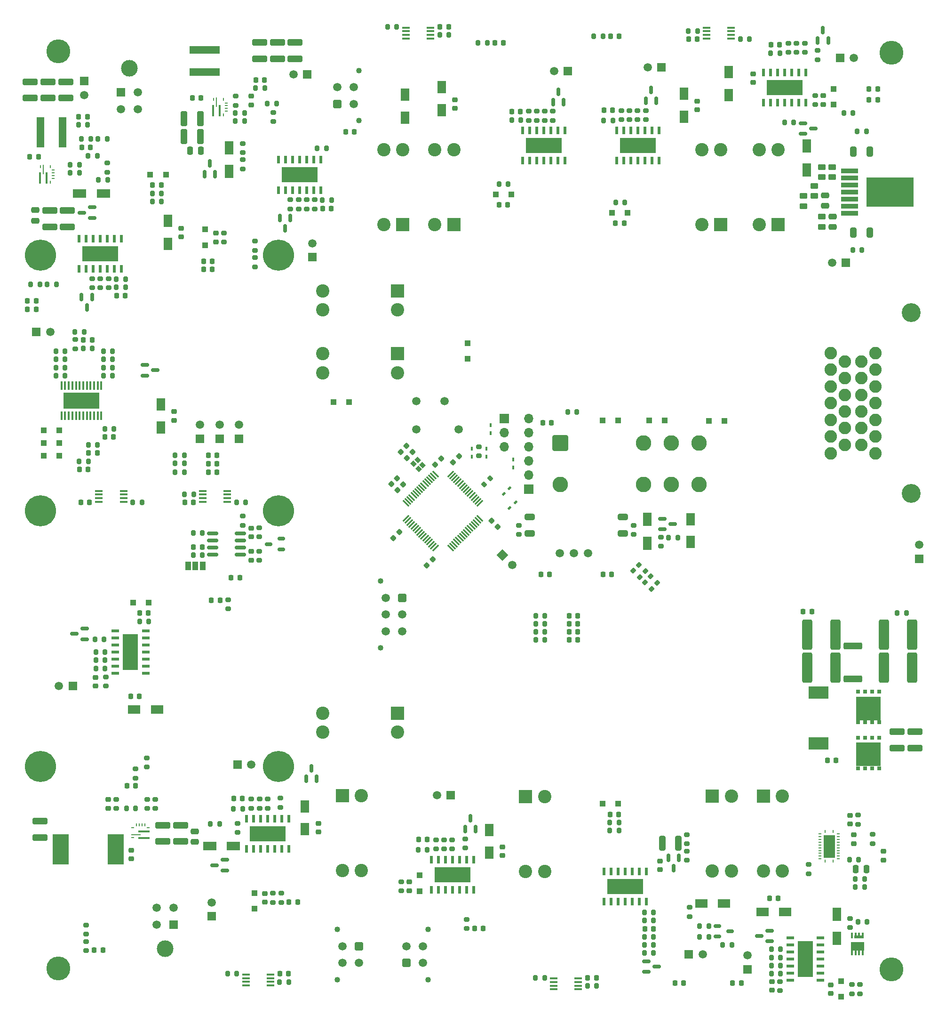
<source format=gbr>
%TF.GenerationSoftware,KiCad,Pcbnew,8.0.5*%
%TF.CreationDate,2025-01-18T17:38:29+01:00*%
%TF.ProjectId,FT25_PDU,46543235-5f50-4445-952e-6b696361645f,V1.2*%
%TF.SameCoordinates,Original*%
%TF.FileFunction,Soldermask,Top*%
%TF.FilePolarity,Negative*%
%FSLAX46Y46*%
G04 Gerber Fmt 4.6, Leading zero omitted, Abs format (unit mm)*
G04 Created by KiCad (PCBNEW 8.0.5) date 2025-01-18 17:38:29*
%MOMM*%
%LPD*%
G01*
G04 APERTURE LIST*
G04 Aperture macros list*
%AMRoundRect*
0 Rectangle with rounded corners*
0 $1 Rounding radius*
0 $2 $3 $4 $5 $6 $7 $8 $9 X,Y pos of 4 corners*
0 Add a 4 corners polygon primitive as box body*
4,1,4,$2,$3,$4,$5,$6,$7,$8,$9,$2,$3,0*
0 Add four circle primitives for the rounded corners*
1,1,$1+$1,$2,$3*
1,1,$1+$1,$4,$5*
1,1,$1+$1,$6,$7*
1,1,$1+$1,$8,$9*
0 Add four rect primitives between the rounded corners*
20,1,$1+$1,$2,$3,$4,$5,0*
20,1,$1+$1,$4,$5,$6,$7,0*
20,1,$1+$1,$6,$7,$8,$9,0*
20,1,$1+$1,$8,$9,$2,$3,0*%
%AMRotRect*
0 Rectangle, with rotation*
0 The origin of the aperture is its center*
0 $1 length*
0 $2 width*
0 $3 Rotation angle, in degrees counterclockwise*
0 Add horizontal line*
21,1,$1,$2,0,0,$3*%
G04 Aperture macros list end*
%ADD10R,1.500000X1.500000*%
%ADD11C,1.500000*%
%ADD12RoundRect,0.200000X0.275000X-0.200000X0.275000X0.200000X-0.275000X0.200000X-0.275000X-0.200000X0*%
%ADD13RoundRect,0.200000X-0.275000X0.200000X-0.275000X-0.200000X0.275000X-0.200000X0.275000X0.200000X0*%
%ADD14RoundRect,0.250000X1.100000X-0.325000X1.100000X0.325000X-1.100000X0.325000X-1.100000X-0.325000X0*%
%ADD15R,0.507200X1.456100*%
%ADD16R,6.502400X2.743200*%
%ADD17R,1.550000X2.200000*%
%ADD18RoundRect,0.200000X-0.200000X-0.275000X0.200000X-0.275000X0.200000X0.275000X-0.200000X0.275000X0*%
%ADD19RoundRect,0.150000X-0.150000X0.587500X-0.150000X-0.587500X0.150000X-0.587500X0.150000X0.587500X0*%
%ADD20RoundRect,0.150000X0.150000X-0.587500X0.150000X0.587500X-0.150000X0.587500X-0.150000X-0.587500X0*%
%ADD21RoundRect,0.250000X0.325000X1.100000X-0.325000X1.100000X-0.325000X-1.100000X0.325000X-1.100000X0*%
%ADD22RoundRect,0.218750X0.218750X0.256250X-0.218750X0.256250X-0.218750X-0.256250X0.218750X-0.256250X0*%
%ADD23RoundRect,0.150000X0.587500X0.150000X-0.587500X0.150000X-0.587500X-0.150000X0.587500X-0.150000X0*%
%ADD24R,0.420000X0.670000*%
%ADD25RoundRect,0.250000X0.300000X0.300000X-0.300000X0.300000X-0.300000X-0.300000X0.300000X-0.300000X0*%
%ADD26C,5.600000*%
%ADD27RoundRect,0.225000X-0.250000X0.225000X-0.250000X-0.225000X0.250000X-0.225000X0.250000X0.225000X0*%
%ADD28C,4.300000*%
%ADD29RoundRect,0.250000X-0.300000X0.300000X-0.300000X-0.300000X0.300000X-0.300000X0.300000X0.300000X0*%
%ADD30RoundRect,0.225000X0.225000X0.250000X-0.225000X0.250000X-0.225000X-0.250000X0.225000X-0.250000X0*%
%ADD31RoundRect,0.200000X0.200000X0.275000X-0.200000X0.275000X-0.200000X-0.275000X0.200000X-0.275000X0*%
%ADD32R,1.550000X2.350000*%
%ADD33RoundRect,0.250000X-0.650000X0.325000X-0.650000X-0.325000X0.650000X-0.325000X0.650000X0.325000X0*%
%ADD34RoundRect,0.225000X0.250000X-0.225000X0.250000X0.225000X-0.250000X0.225000X-0.250000X-0.225000X0*%
%ADD35RoundRect,0.225000X-0.225000X-0.250000X0.225000X-0.250000X0.225000X0.250000X-0.225000X0.250000X0*%
%ADD36C,1.020000*%
%ADD37RoundRect,0.250001X0.499999X-0.499999X0.499999X0.499999X-0.499999X0.499999X-0.499999X-0.499999X0*%
%ADD38R,2.200000X1.550000*%
%ADD39RoundRect,0.250000X-0.450000X0.262500X-0.450000X-0.262500X0.450000X-0.262500X0.450000X0.262500X0*%
%ADD40R,2.350000X1.550000*%
%ADD41RoundRect,0.150000X-0.587500X-0.150000X0.587500X-0.150000X0.587500X0.150000X-0.587500X0.150000X0*%
%ADD42R,2.400000X2.400000*%
%ADD43C,2.400000*%
%ADD44RoundRect,0.150000X0.512500X0.150000X-0.512500X0.150000X-0.512500X-0.150000X0.512500X-0.150000X0*%
%ADD45RoundRect,0.250000X-0.475000X0.250000X-0.475000X-0.250000X0.475000X-0.250000X0.475000X0.250000X0*%
%ADD46RotRect,0.420000X0.670000X315.000000*%
%ADD47RoundRect,0.225000X0.017678X-0.335876X0.335876X-0.017678X-0.017678X0.335876X-0.335876X0.017678X0*%
%ADD48C,3.000000*%
%ADD49R,1.520000X1.520000*%
%ADD50C,1.520000*%
%ADD51RoundRect,0.250000X0.450000X-0.262500X0.450000X0.262500X-0.450000X0.262500X-0.450000X-0.262500X0*%
%ADD52RoundRect,0.250000X-0.650000X-2.450000X0.650000X-2.450000X0.650000X2.450000X-0.650000X2.450000X0*%
%ADD53RoundRect,0.150000X-0.512500X-0.150000X0.512500X-0.150000X0.512500X0.150000X-0.512500X0.150000X0*%
%ADD54RoundRect,0.250000X0.300000X-0.300000X0.300000X0.300000X-0.300000X0.300000X-0.300000X-0.300000X0*%
%ADD55RoundRect,0.250000X-0.325000X-0.650000X0.325000X-0.650000X0.325000X0.650000X-0.325000X0.650000X0*%
%ADD56R,1.000000X1.500000*%
%ADD57R,0.600000X0.250000*%
%ADD58R,0.250000X0.600000*%
%ADD59R,0.250000X1.700000*%
%ADD60R,0.400000X2.100000*%
%ADD61RoundRect,0.200000X0.335876X0.053033X0.053033X0.335876X-0.335876X-0.053033X-0.053033X-0.335876X0*%
%ADD62C,3.400000*%
%ADD63C,2.250000*%
%ADD64RoundRect,0.250000X0.250000X0.475000X-0.250000X0.475000X-0.250000X-0.475000X0.250000X-0.475000X0*%
%ADD65R,1.475000X0.450000*%
%ADD66RotRect,1.500000X1.500000X315.000000*%
%ADD67RoundRect,0.218750X-0.218750X-0.256250X0.218750X-0.256250X0.218750X0.256250X-0.218750X0.256250X0*%
%ADD68RoundRect,0.225000X-0.017678X0.335876X-0.335876X0.017678X0.017678X-0.335876X0.335876X-0.017678X0*%
%ADD69RoundRect,0.075000X-0.548008X0.441942X0.441942X-0.548008X0.548008X-0.441942X-0.441942X0.548008X0*%
%ADD70RoundRect,0.075000X-0.548008X-0.441942X-0.441942X-0.548008X0.548008X0.441942X0.441942X0.548008X0*%
%ADD71R,1.450000X5.500000*%
%ADD72R,0.381000X1.016000*%
%ADD73R,2.360000X1.522000*%
%ADD74R,1.701800X0.611400*%
%ADD75RoundRect,0.250000X-1.100000X0.325000X-1.100000X-0.325000X1.100000X-0.325000X1.100000X0.325000X0*%
%ADD76RoundRect,0.225000X0.335876X0.017678X0.017678X0.335876X-0.335876X-0.017678X-0.017678X-0.335876X0*%
%ADD77R,1.700000X1.700000*%
%ADD78O,1.700000X1.700000*%
%ADD79R,0.675000X0.750000*%
%ADD80R,0.675000X0.655000*%
%ADD81R,0.655000X0.675000*%
%ADD82R,4.510000X4.295000*%
%ADD83RoundRect,0.250000X1.425000X-0.362500X1.425000X0.362500X-1.425000X0.362500X-1.425000X-0.362500X0*%
%ADD84RotRect,0.875000X0.775000X135.000000*%
%ADD85RoundRect,0.250000X0.475000X-0.250000X0.475000X0.250000X-0.475000X0.250000X-0.475000X-0.250000X0*%
%ADD86C,2.800000*%
%ADD87RoundRect,0.250000X-1.150000X-1.150000X1.150000X-1.150000X1.150000X1.150000X-1.150000X1.150000X0*%
%ADD88R,0.450000X1.525000*%
%ADD89R,6.500000X2.870000*%
%ADD90RoundRect,0.250000X0.312500X1.075000X-0.312500X1.075000X-0.312500X-1.075000X0.312500X-1.075000X0*%
%ADD91R,2.900000X5.400000*%
%ADD92R,3.060000X0.890000*%
%ADD93R,8.540000X5.350000*%
%ADD94RoundRect,0.250001X-0.499999X0.499999X-0.499999X-0.499999X0.499999X-0.499999X0.499999X0.499999X0*%
%ADD95R,1.700000X0.250000*%
%ADD96R,2.100000X0.400000*%
%ADD97R,5.500000X1.450000*%
%ADD98R,3.600000X2.300000*%
%ADD99RoundRect,0.250000X-0.250000X-0.475000X0.250000X-0.475000X0.250000X0.475000X-0.250000X0.475000X0*%
%ADD100R,1.456100X0.507200*%
%ADD101R,2.743200X6.502400*%
%ADD102R,2.100000X4.100000*%
%ADD103RoundRect,0.150000X-0.825000X-0.150000X0.825000X-0.150000X0.825000X0.150000X-0.825000X0.150000X0*%
%ADD104RoundRect,0.225000X-0.335876X-0.017678X-0.017678X-0.335876X0.335876X0.017678X0.017678X0.335876X0*%
%ADD105RoundRect,0.250000X-0.300000X-0.300000X0.300000X-0.300000X0.300000X0.300000X-0.300000X0.300000X0*%
%ADD106RoundRect,0.250000X0.650000X2.450000X-0.650000X2.450000X-0.650000X-2.450000X0.650000X-2.450000X0*%
%ADD107RoundRect,0.200000X-0.053033X0.335876X-0.335876X0.053033X0.053033X-0.335876X0.335876X-0.053033X0*%
G04 APERTURE END LIST*
D10*
%TO.C,TP2*%
X165320000Y-98460000D03*
D11*
X165320000Y-95960000D03*
%TD*%
D12*
%TO.C,R38*%
X161375000Y-89780000D03*
X161375000Y-88130000D03*
%TD*%
D13*
%TO.C,R75*%
X128645000Y-102310000D03*
X128645000Y-103960000D03*
%TD*%
D14*
%TO.C,C87*%
X162225000Y-62750000D03*
X162225000Y-59800000D03*
%TD*%
D15*
%TO.C,IC2*%
X159209000Y-86371749D03*
X160479000Y-86371749D03*
X161749000Y-86371749D03*
X163019000Y-86371749D03*
X164289000Y-86371749D03*
X165559000Y-86371749D03*
X166829000Y-86371749D03*
X166829000Y-80927849D03*
X165559000Y-80927849D03*
X164289000Y-80927849D03*
X163019000Y-80927849D03*
X161749000Y-80927849D03*
X160479000Y-80927849D03*
X159209000Y-80927849D03*
D16*
X163019000Y-83649799D03*
%TD*%
D17*
%TO.C,D35*%
X139345000Y-91945000D03*
X139345000Y-96045000D03*
%TD*%
D18*
%TO.C,R171*%
X121730000Y-83275000D03*
X123380000Y-83275000D03*
%TD*%
D19*
%TO.C,D36*%
X125700000Y-105597500D03*
X123800000Y-105597500D03*
X124750000Y-107472500D03*
%TD*%
D20*
%TO.C,D32*%
X164190000Y-192252498D03*
X166090000Y-192252498D03*
X165140000Y-190377498D03*
%TD*%
D12*
%TO.C,R132*%
X135615001Y-197600000D03*
X135615001Y-195950000D03*
%TD*%
D18*
%TO.C,R157*%
X155090000Y-68065000D03*
X156740000Y-68065000D03*
%TD*%
D21*
%TO.C,C81*%
X145160000Y-76725000D03*
X142210000Y-76725000D03*
%TD*%
D10*
%TO.C,TP8*%
X122206643Y-175605057D03*
D11*
X119706643Y-175605057D03*
%TD*%
D12*
%TO.C,R84*%
X150135001Y-161720000D03*
X150135001Y-160070000D03*
%TD*%
D13*
%TO.C,R128*%
X135545001Y-188490000D03*
X135545001Y-190140000D03*
%TD*%
D22*
%TO.C,D66*%
X267082500Y-70155000D03*
X265507500Y-70155000D03*
%TD*%
D23*
%TO.C,D40*%
X124379142Y-167145058D03*
X124379142Y-165245058D03*
X122504142Y-166195058D03*
%TD*%
D18*
%TO.C,R172*%
X126760000Y-77225000D03*
X128410000Y-77225000D03*
%TD*%
D24*
%TO.C,D2*%
X193990000Y-132900000D03*
X193990000Y-134350000D03*
%TD*%
D25*
%TO.C,D70*%
X220339999Y-127854999D03*
X217540001Y-127854999D03*
%TD*%
D10*
%TO.C,TP13*%
X147190001Y-216990000D03*
D11*
X147190001Y-214490000D03*
%TD*%
D18*
%TO.C,R131*%
X146980000Y-200415000D03*
X148630000Y-200415000D03*
%TD*%
D10*
%TO.C,TP14*%
X261380000Y-99440000D03*
D11*
X258880000Y-99440000D03*
%TD*%
D26*
%TO.C,REF\u002A\u002A*%
X116410000Y-144080000D03*
%TD*%
D13*
%TO.C,R92*%
X254645000Y-207690000D03*
X254645000Y-209340000D03*
%TD*%
D18*
%TO.C,R139*%
X263380001Y-75855000D03*
X265030001Y-75855000D03*
%TD*%
D27*
%TO.C,C37*%
X156795000Y-212900001D03*
X156795000Y-214450001D03*
%TD*%
D18*
%TO.C,R20*%
X119180477Y-118297452D03*
X120830477Y-118297452D03*
%TD*%
D28*
%TO.C,H4*%
X119575000Y-226345000D03*
%TD*%
D14*
%TO.C,C67*%
X138414747Y-203538428D03*
X138414747Y-200588428D03*
%TD*%
D29*
%TO.C,D17*%
X146065000Y-93480000D03*
X146065000Y-96280000D03*
%TD*%
D30*
%TO.C,C35*%
X185980000Y-203145000D03*
X184430000Y-203145000D03*
%TD*%
D18*
%TO.C,R111*%
X225100000Y-220675000D03*
X226750000Y-220675000D03*
%TD*%
D12*
%TO.C,R151*%
X154995000Y-100190000D03*
X154995000Y-98540000D03*
%TD*%
D18*
%TO.C,R31*%
X247950000Y-222935000D03*
X249600000Y-222935000D03*
%TD*%
D31*
%TO.C,R85*%
X135869999Y-163939999D03*
X134219999Y-163939999D03*
%TD*%
D22*
%TO.C,D7*%
X213122500Y-167295000D03*
X211547500Y-167295000D03*
%TD*%
D32*
%TO.C,D65*%
X254335000Y-82740000D03*
X254335000Y-78440000D03*
%TD*%
D33*
%TO.C,C60*%
X221205000Y-145200000D03*
X221205000Y-148150000D03*
%TD*%
D12*
%TO.C,R55*%
X251015000Y-61619999D03*
X251015000Y-59969999D03*
%TD*%
D30*
%TO.C,C59*%
X125210000Y-142575000D03*
X123660000Y-142575000D03*
%TD*%
D18*
%TO.C,R28*%
X188233000Y-58485000D03*
X189883000Y-58485000D03*
%TD*%
D34*
%TO.C,C36*%
X166425000Y-201809999D03*
X166425000Y-200259999D03*
%TD*%
D13*
%TO.C,R117*%
X202525000Y-146680000D03*
X202525000Y-148330000D03*
%TD*%
D35*
%TO.C,C40*%
X136560000Y-85505000D03*
X138110000Y-85505000D03*
%TD*%
D31*
%TO.C,R58*%
X249460001Y-61734999D03*
X247810001Y-61734999D03*
%TD*%
D25*
%TO.C,D41*%
X135900000Y-160600000D03*
X133100000Y-160600000D03*
%TD*%
D15*
%TO.C,IC3*%
X227711000Y-75638250D03*
X226441000Y-75638250D03*
X225171000Y-75638250D03*
X223901000Y-75638250D03*
X222631000Y-75638250D03*
X221361000Y-75638250D03*
X220091000Y-75638250D03*
X220091000Y-81082150D03*
X221361000Y-81082150D03*
X222631000Y-81082150D03*
X223901000Y-81082150D03*
X225171000Y-81082150D03*
X226441000Y-81082150D03*
X227711000Y-81082150D03*
D16*
X223901000Y-78360200D03*
%TD*%
D17*
%TO.C,D15*%
X182037559Y-69250000D03*
X182037559Y-73350000D03*
%TD*%
D13*
%TO.C,R129*%
X133455000Y-190480000D03*
X133455000Y-192130000D03*
%TD*%
D31*
%TO.C,R34*%
X249600000Y-227315000D03*
X247950000Y-227315000D03*
%TD*%
D26*
%TO.C,REF\u002A\u002A*%
X116410000Y-190080000D03*
%TD*%
D18*
%TO.C,R142*%
X123350000Y-135165000D03*
X125000000Y-135165000D03*
%TD*%
%TO.C,R159*%
X151470000Y-72545000D03*
X153120000Y-72545000D03*
%TD*%
D36*
%TO.C,J5*%
X173745000Y-73895000D03*
X173745000Y-64895000D03*
D37*
X169805000Y-70895000D03*
D11*
X169805000Y-67895000D03*
X172805000Y-70895000D03*
X172805000Y-67895000D03*
%TD*%
D31*
%TO.C,R50*%
X221580000Y-88595000D03*
X219930000Y-88595000D03*
%TD*%
D38*
%TO.C,D11*%
X246345000Y-216165000D03*
X250445000Y-216165000D03*
%TD*%
D39*
%TO.C,R135*%
X258905000Y-82229354D03*
X258905000Y-84054354D03*
%TD*%
D24*
%TO.C,D6*%
X201440000Y-136320000D03*
X201440000Y-134870000D03*
%TD*%
D31*
%TO.C,R82*%
X128006643Y-170940057D03*
X126356643Y-170940057D03*
%TD*%
%TO.C,R94*%
X264690000Y-211725000D03*
X263040000Y-211725000D03*
%TD*%
D18*
%TO.C,R124*%
X195170001Y-59895000D03*
X196820001Y-59895000D03*
%TD*%
D35*
%TO.C,C58*%
X124113529Y-113339864D03*
X125663529Y-113339864D03*
%TD*%
D12*
%TO.C,R3*%
X152815001Y-146670000D03*
X152815001Y-145020000D03*
%TD*%
D31*
%TO.C,R22*%
X143967000Y-141115000D03*
X142317000Y-141115000D03*
%TD*%
%TO.C,R91*%
X264690000Y-210265000D03*
X263040000Y-210265000D03*
%TD*%
D10*
%TO.C,TP12*%
X211339141Y-64992342D03*
D11*
X208839141Y-64992342D03*
%TD*%
D13*
%TO.C,R40*%
X164295000Y-88130000D03*
X164295000Y-89780000D03*
%TD*%
D23*
%TO.C,D12*%
X247652500Y-221450000D03*
X247652500Y-219550000D03*
X245777500Y-220500000D03*
%TD*%
D25*
%TO.C,D77*%
X171929999Y-124525000D03*
X169130001Y-124525000D03*
%TD*%
D40*
%TO.C,D63*%
X146840000Y-204365000D03*
X151140000Y-204365000D03*
%TD*%
D12*
%TO.C,R133*%
X137075000Y-197600000D03*
X137075000Y-195950000D03*
%TD*%
D18*
%TO.C,R80*%
X126186643Y-167170059D03*
X127836643Y-167170059D03*
%TD*%
D13*
%TO.C,R120*%
X208614140Y-72222341D03*
X208614140Y-73872341D03*
%TD*%
D12*
%TO.C,R67*%
X157265000Y-197550000D03*
X157265000Y-195900000D03*
%TD*%
D25*
%TO.C,D48*%
X119750000Y-131855000D03*
X116950000Y-131855000D03*
%TD*%
D18*
%TO.C,R16*%
X205530000Y-164375000D03*
X207180000Y-164375000D03*
%TD*%
D13*
%TO.C,R39*%
X162835000Y-88130000D03*
X162835000Y-89780000D03*
%TD*%
D18*
%TO.C,R14*%
X205530000Y-167295000D03*
X207180000Y-167295000D03*
%TD*%
D40*
%TO.C,D72*%
X123429999Y-87035000D03*
X127730001Y-87035000D03*
%TD*%
D35*
%TO.C,C70*%
X131930000Y-193525000D03*
X133480000Y-193525000D03*
%TD*%
D17*
%TO.C,D27*%
X197145000Y-201465001D03*
X197145000Y-205565001D03*
%TD*%
D13*
%TO.C,R35*%
X263865000Y-229250000D03*
X263865000Y-230900000D03*
%TD*%
D30*
%TO.C,C57*%
X226700000Y-219215000D03*
X225150000Y-219215000D03*
%TD*%
%TO.C,C79*%
X145280000Y-69785000D03*
X143730000Y-69785000D03*
%TD*%
D19*
%TO.C,D16*%
X161350000Y-91417499D03*
X159450000Y-91417499D03*
X160400000Y-93292499D03*
%TD*%
D11*
%TO.C,K2*%
X189130000Y-124340000D03*
X184050000Y-124340000D03*
X191670000Y-129420000D03*
X184050000Y-129420000D03*
%TD*%
D41*
%TO.C,Q4*%
X253607500Y-74350000D03*
X253607500Y-76250000D03*
X255482500Y-75300000D03*
%TD*%
D10*
%TO.C,TP17*%
X152120000Y-131100000D03*
D11*
X152120000Y-128600000D03*
%TD*%
D42*
%TO.C,H15*%
X180629999Y-115825000D03*
D43*
X180629999Y-119225000D03*
X167159999Y-115825000D03*
X167159999Y-119225000D03*
%TD*%
D44*
%TO.C,D1*%
X159722500Y-150999999D03*
X159722500Y-149100001D03*
X157447500Y-150050000D03*
%TD*%
D18*
%TO.C,R49*%
X215980000Y-58685000D03*
X217630000Y-58685000D03*
%TD*%
D35*
%TO.C,C45*%
X258040000Y-188985000D03*
X259590000Y-188985000D03*
%TD*%
D25*
%TO.C,D49*%
X119750000Y-134155000D03*
X116950000Y-134155000D03*
%TD*%
D22*
%TO.C,D54*%
X232142500Y-228995000D03*
X230567500Y-228995000D03*
%TD*%
D27*
%TO.C,C46*%
X262115000Y-198820000D03*
X262115000Y-200370000D03*
%TD*%
D35*
%TO.C,C95*%
X123850000Y-78685000D03*
X125400000Y-78685000D03*
%TD*%
D10*
%TO.C,TP4*%
X260299999Y-62600000D03*
D11*
X262799999Y-62600000D03*
%TD*%
D25*
%TO.C,D47*%
X119750000Y-129555000D03*
X116950000Y-129555000D03*
%TD*%
D12*
%TO.C,R152*%
X158275000Y-74080000D03*
X158275000Y-72430000D03*
%TD*%
D45*
%TO.C,C94*%
X115465000Y-89995000D03*
X115465000Y-91895000D03*
%TD*%
D31*
%TO.C,R145*%
X129370000Y-118294999D03*
X127720000Y-118294999D03*
%TD*%
D12*
%TO.C,R170*%
X128414999Y-83170000D03*
X128414999Y-81520000D03*
%TD*%
D13*
%TO.C,R41*%
X165755000Y-88130000D03*
X165755000Y-89780000D03*
%TD*%
D46*
%TO.C,D4*%
X201864177Y-142573102D03*
X200838873Y-143598406D03*
%TD*%
D47*
%TO.C,C6*%
X179932703Y-148977800D03*
X181028719Y-147881784D03*
%TD*%
D13*
%TO.C,R116*%
X223115000Y-146670000D03*
X223115000Y-148320000D03*
%TD*%
D15*
%TO.C,IC6*%
X161111000Y-199448250D03*
X159841000Y-199448250D03*
X158571000Y-199448250D03*
X157301000Y-199448250D03*
X156031000Y-199448250D03*
X154761000Y-199448250D03*
X153491000Y-199448250D03*
X153491000Y-204892150D03*
X154761000Y-204892150D03*
X156031000Y-204892150D03*
X157301000Y-204892150D03*
X158571000Y-204892150D03*
X159841000Y-204892150D03*
X161111000Y-204892150D03*
D16*
X157301000Y-202170200D03*
%TD*%
D31*
%TO.C,R72*%
X152790000Y-197664999D03*
X151140000Y-197664999D03*
%TD*%
D34*
%TO.C,C11*%
X154334999Y-152940001D03*
X154334999Y-151390001D03*
%TD*%
D31*
%TO.C,R113*%
X220520000Y-200105000D03*
X218870000Y-200105000D03*
%TD*%
D48*
%TO.C,J9*%
X132379500Y-64505800D03*
D49*
X130879500Y-68825800D03*
D50*
X133879500Y-68825800D03*
X130879500Y-71825800D03*
X133879500Y-71825800D03*
%TD*%
D18*
%TO.C,R143*%
X125000000Y-132235000D03*
X126650000Y-132235000D03*
%TD*%
%TO.C,R21*%
X151683000Y-142575000D03*
X153333000Y-142575000D03*
%TD*%
D47*
%TO.C,C4*%
X185942530Y-153892947D03*
X187038546Y-152796931D03*
%TD*%
D30*
%TO.C,C64*%
X202789140Y-72297341D03*
X201239140Y-72297341D03*
%TD*%
D31*
%TO.C,R168*%
X116270000Y-103335000D03*
X114620000Y-103335000D03*
%TD*%
D42*
%TO.C,H5*%
X246515000Y-195350000D03*
D43*
X249915000Y-195350000D03*
X246515000Y-208820000D03*
X249915000Y-208820000D03*
%TD*%
D32*
%TO.C,D43*%
X259695000Y-216660000D03*
X259695000Y-220960000D03*
%TD*%
D34*
%TO.C,C39*%
X141745000Y-94790000D03*
X141745000Y-93240000D03*
%TD*%
D51*
%TO.C,R141*%
X253745000Y-89254356D03*
X253745000Y-87429356D03*
%TD*%
D22*
%TO.C,D58*%
X208012500Y-155475000D03*
X206437500Y-155475000D03*
%TD*%
D18*
%TO.C,R173*%
X124073528Y-114829864D03*
X125723528Y-114829864D03*
%TD*%
D52*
%TO.C,C52*%
X268185832Y-172259609D03*
X273285832Y-172259609D03*
%TD*%
D14*
%TO.C,C90*%
X117725000Y-69850000D03*
X117725000Y-66900000D03*
%TD*%
D18*
%TO.C,R97*%
X119180477Y-119757452D03*
X120830477Y-119757452D03*
%TD*%
%TO.C,R79*%
X130040000Y-102415000D03*
X131690000Y-102415000D03*
%TD*%
%TO.C,R112*%
X225100000Y-217755000D03*
X226750000Y-217755000D03*
%TD*%
D34*
%TO.C,C34*%
X182785000Y-212360000D03*
X182785000Y-210810000D03*
%TD*%
D31*
%TO.C,R125*%
X200580001Y-85285000D03*
X198930001Y-85285000D03*
%TD*%
D42*
%TO.C,H12*%
X180630000Y-180464998D03*
D43*
X180630000Y-183864998D03*
X167160000Y-180464998D03*
X167160000Y-183864998D03*
%TD*%
D53*
%TO.C,Q6*%
X238267500Y-218740000D03*
X238267500Y-220640000D03*
X240542500Y-219690000D03*
%TD*%
D14*
%TO.C,C91*%
X120925000Y-69850000D03*
X120925000Y-66900000D03*
%TD*%
D18*
%TO.C,R108*%
X239160000Y-222125000D03*
X240810000Y-222125000D03*
%TD*%
D48*
%TO.C,J11*%
X138824000Y-222794200D03*
D49*
X140324000Y-218474200D03*
D50*
X137324000Y-218474200D03*
X140324000Y-215474200D03*
X137324000Y-215474200D03*
%TD*%
D26*
%TO.C,REF\u002A\u002A*%
X159210000Y-144080000D03*
%TD*%
D54*
%TO.C,D76*%
X193275000Y-116729999D03*
X193275000Y-113930001D03*
%TD*%
D10*
%TO.C,TP5*%
X190250000Y-195230000D03*
D11*
X187750000Y-195230000D03*
%TD*%
D41*
%TO.C,D52*%
X225427500Y-225080000D03*
X225427500Y-226980000D03*
X227302500Y-226030000D03*
%TD*%
D12*
%TO.C,R123*%
X204234140Y-73872341D03*
X204234140Y-72222341D03*
%TD*%
D13*
%TO.C,R156*%
X152795000Y-77990000D03*
X152795000Y-79640000D03*
%TD*%
D18*
%TO.C,R78*%
X136510000Y-86975000D03*
X138160000Y-86975000D03*
%TD*%
D27*
%TO.C,C53*%
X268075000Y-205300000D03*
X268075000Y-206850000D03*
%TD*%
D30*
%TO.C,C24*%
X172865000Y-75872441D03*
X171315000Y-75872441D03*
%TD*%
D12*
%TO.C,R68*%
X155805000Y-197549999D03*
X155805000Y-195899999D03*
%TD*%
D23*
%TO.C,Q2*%
X149580700Y-208738000D03*
X149580700Y-206838000D03*
X147705700Y-207788000D03*
%TD*%
D28*
%TO.C,H3*%
X269575000Y-61695000D03*
%TD*%
D13*
%TO.C,R5*%
X195325000Y-132530000D03*
X195325000Y-134180000D03*
%TD*%
D18*
%TO.C,R148*%
X140640000Y-134065000D03*
X142290000Y-134065000D03*
%TD*%
D12*
%TO.C,R57*%
X255825000Y-71009999D03*
X255825000Y-69359999D03*
%TD*%
D31*
%TO.C,R134*%
X133530000Y-197555000D03*
X131880000Y-197555000D03*
%TD*%
D13*
%TO.C,R2*%
X155795000Y-151340000D03*
X155795000Y-152990000D03*
%TD*%
D55*
%TO.C,C73*%
X262719999Y-79481855D03*
X265669999Y-79481855D03*
%TD*%
D33*
%TO.C,C61*%
X204425000Y-145200000D03*
X204425000Y-148150000D03*
%TD*%
D25*
%TO.C,D71*%
X228739999Y-127855001D03*
X225940001Y-127855001D03*
%TD*%
D31*
%TO.C,R51*%
X219389999Y-73854999D03*
X217739999Y-73854999D03*
%TD*%
D56*
%TO.C,JP1*%
X142975000Y-154015000D03*
X144275000Y-154015000D03*
X145575000Y-154015000D03*
%TD*%
D13*
%TO.C,R66*%
X159574999Y-195729999D03*
X159574999Y-197379999D03*
%TD*%
D12*
%TO.C,R130*%
X130035000Y-197610000D03*
X130035000Y-195960000D03*
%TD*%
D34*
%TO.C,C33*%
X199555000Y-206030000D03*
X199555000Y-204480000D03*
%TD*%
D57*
%TO.C,IC17*%
X149810000Y-72209999D03*
X149810000Y-71709999D03*
X149810000Y-71209999D03*
X149810000Y-70709999D03*
D58*
X149340000Y-70059999D03*
D59*
X148040000Y-70609999D03*
D58*
X147540000Y-70059999D03*
D60*
X147460000Y-72109999D03*
X148620000Y-72109999D03*
D58*
X149340000Y-72859999D03*
%TD*%
D54*
%TO.C,D25*%
X259165000Y-71040000D03*
X259165000Y-68240000D03*
%TD*%
D14*
%TO.C,C68*%
X141614747Y-203538427D03*
X141614747Y-200588427D03*
%TD*%
D61*
%TO.C,R6*%
X224244576Y-155993363D03*
X223077850Y-154826637D03*
%TD*%
D22*
%TO.C,D38*%
X115632500Y-107795000D03*
X114057500Y-107795000D03*
%TD*%
D18*
%TO.C,R101*%
X132989999Y-142575000D03*
X134639999Y-142575000D03*
%TD*%
D22*
%TO.C,D22*%
X220552500Y-58685000D03*
X218977500Y-58685000D03*
%TD*%
D41*
%TO.C,Q3*%
X228297500Y-145483000D03*
X228297500Y-147383000D03*
X230172500Y-146433000D03*
%TD*%
D13*
%TO.C,R52*%
X256244999Y-61299999D03*
X256244999Y-62949999D03*
%TD*%
D31*
%TO.C,R30*%
X234657000Y-57815001D03*
X233007000Y-57815001D03*
%TD*%
D38*
%TO.C,D39*%
X133281644Y-179820057D03*
X137381644Y-179820057D03*
%TD*%
D18*
%TO.C,R167*%
X123230000Y-74645000D03*
X124880000Y-74645000D03*
%TD*%
D62*
%TO.C,J10*%
X273150000Y-140950000D03*
X273150000Y-108450000D03*
D63*
X258650000Y-133700000D03*
X258650000Y-130700000D03*
X258650000Y-127700000D03*
X258650000Y-124700000D03*
X258650000Y-121700000D03*
X258650000Y-118700000D03*
X258650000Y-115700000D03*
X261150000Y-132200000D03*
X261150000Y-129200000D03*
X261150000Y-126200000D03*
X261150000Y-123200000D03*
X261150000Y-120200000D03*
X261150000Y-117200000D03*
X264150000Y-132200000D03*
X264150000Y-129200000D03*
X264150000Y-126200000D03*
X264150000Y-123200000D03*
X264150000Y-120200000D03*
X264150000Y-117200000D03*
X266650000Y-133700000D03*
X266650000Y-130700000D03*
X266650000Y-127700000D03*
X266650000Y-124700000D03*
X266650000Y-121700000D03*
X266650000Y-118700000D03*
X266650000Y-115700000D03*
%TD*%
D64*
%TO.C,C83*%
X145245001Y-79315000D03*
X143345001Y-79315000D03*
%TD*%
D12*
%TO.C,R103*%
X232765000Y-206930000D03*
X232765000Y-205280000D03*
%TD*%
D42*
%TO.C,H14*%
X190775001Y-92620000D03*
D43*
X187375001Y-92620000D03*
X190775001Y-79150000D03*
X187375001Y-79150000D03*
%TD*%
D31*
%TO.C,R126*%
X202849141Y-73797341D03*
X201199141Y-73797341D03*
%TD*%
D13*
%TO.C,R71*%
X158255000Y-212850001D03*
X158255000Y-214500001D03*
%TD*%
D65*
%TO.C,U3*%
X131337001Y-142430002D03*
X131337001Y-141780002D03*
X131337001Y-141130002D03*
X131337001Y-140480002D03*
X126913001Y-140480002D03*
X126913001Y-141130002D03*
X126913001Y-141780002D03*
X126913001Y-142430002D03*
%TD*%
D66*
%TO.C,TP11*%
X199560553Y-152033274D03*
D11*
X201328320Y-153801041D03*
%TD*%
D22*
%TO.C,D62*%
X199742501Y-59895000D03*
X198167501Y-59895000D03*
%TD*%
D38*
%TO.C,D51*%
X239445000Y-214674999D03*
X235345000Y-214674999D03*
%TD*%
D13*
%TO.C,R86*%
X128121643Y-173955057D03*
X128121643Y-175605057D03*
%TD*%
%TO.C,R42*%
X149425000Y-94100000D03*
X149425000Y-95750000D03*
%TD*%
D61*
%TO.C,R4*%
X226339429Y-158095789D03*
X225172703Y-156929063D03*
%TD*%
D67*
%TO.C,D14*%
X240937500Y-229025000D03*
X242512500Y-229025000D03*
%TD*%
D68*
%TO.C,C3*%
X188530018Y-134654210D03*
X187434002Y-135750226D03*
%TD*%
D54*
%TO.C,D29*%
X184665000Y-212440001D03*
X184665000Y-209640001D03*
%TD*%
D69*
%TO.C,U2*%
X187473819Y-137425519D03*
X187120266Y-137779072D03*
X186766713Y-138132625D03*
X186413159Y-138486179D03*
X186059606Y-138839732D03*
X185706052Y-139193286D03*
X185352499Y-139546839D03*
X184998946Y-139900392D03*
X184645392Y-140253946D03*
X184291839Y-140607499D03*
X183938286Y-140961052D03*
X183584732Y-141314606D03*
X183231179Y-141668159D03*
X182877625Y-142021713D03*
X182524072Y-142375266D03*
X182170519Y-142728819D03*
D70*
X182170519Y-145451181D03*
X182524072Y-145804734D03*
X182877625Y-146158287D03*
X183231179Y-146511841D03*
X183584732Y-146865394D03*
X183938286Y-147218948D03*
X184291839Y-147572501D03*
X184645392Y-147926054D03*
X184998946Y-148279608D03*
X185352499Y-148633161D03*
X185706052Y-148986714D03*
X186059606Y-149340268D03*
X186413159Y-149693821D03*
X186766713Y-150047375D03*
X187120266Y-150400928D03*
X187473819Y-150754481D03*
D69*
X190196181Y-150754481D03*
X190549734Y-150400928D03*
X190903287Y-150047375D03*
X191256841Y-149693821D03*
X191610394Y-149340268D03*
X191963948Y-148986714D03*
X192317501Y-148633161D03*
X192671054Y-148279608D03*
X193024608Y-147926054D03*
X193378161Y-147572501D03*
X193731714Y-147218948D03*
X194085268Y-146865394D03*
X194438821Y-146511841D03*
X194792375Y-146158287D03*
X195145928Y-145804734D03*
X195499481Y-145451181D03*
D70*
X195499481Y-142728819D03*
X195145928Y-142375266D03*
X194792375Y-142021713D03*
X194438821Y-141668159D03*
X194085268Y-141314606D03*
X193731714Y-140961052D03*
X193378161Y-140607499D03*
X193024608Y-140253946D03*
X192671054Y-139900392D03*
X192317501Y-139546839D03*
X191963948Y-139193286D03*
X191610394Y-138839732D03*
X191256841Y-138486179D03*
X190903287Y-138132625D03*
X190549734Y-137779072D03*
X190196181Y-137425519D03*
%TD*%
D12*
%TO.C,R46*%
X223865000Y-73740000D03*
X223865000Y-72090000D03*
%TD*%
D13*
%TO.C,R160*%
X152795000Y-80950000D03*
X152795000Y-82600000D03*
%TD*%
%TO.C,R74*%
X127185000Y-102310000D03*
X127185000Y-103960000D03*
%TD*%
D14*
%TO.C,C66*%
X116314746Y-202788428D03*
X116314746Y-199838428D03*
%TD*%
D13*
%TO.C,R102*%
X233265000Y-215360000D03*
X233265000Y-217010000D03*
%TD*%
D42*
%TO.C,H7*%
X238835000Y-92630000D03*
D43*
X235435000Y-92630000D03*
X238835000Y-79160000D03*
X235435000Y-79160000D03*
%TD*%
D14*
%TO.C,C97*%
X273785000Y-186720001D03*
X273785000Y-183769999D03*
%TD*%
D71*
%TO.C,L4*%
X116375000Y-76000000D03*
X120375000Y-76000000D03*
%TD*%
D30*
%TO.C,C16*%
X143917000Y-142575000D03*
X142367000Y-142575000D03*
%TD*%
D68*
%TO.C,C7*%
X191705582Y-134284210D03*
X190609566Y-135380226D03*
%TD*%
D18*
%TO.C,R43*%
X166210000Y-78875000D03*
X167860000Y-78875000D03*
%TD*%
D22*
%TO.C,D18*%
X147322500Y-100625000D03*
X145747500Y-100625000D03*
%TD*%
D35*
%TO.C,C96*%
X123280000Y-73185000D03*
X124830000Y-73185000D03*
%TD*%
D61*
%TO.C,R8*%
X227388363Y-157038363D03*
X226221637Y-155871637D03*
%TD*%
D31*
%TO.C,R155*%
X265170000Y-218014999D03*
X263520000Y-218014999D03*
%TD*%
D15*
%TO.C,IC5*%
X194351000Y-206788251D03*
X193081000Y-206788251D03*
X191811000Y-206788251D03*
X190541000Y-206788251D03*
X189271000Y-206788251D03*
X188001000Y-206788251D03*
X186731000Y-206788251D03*
X186731000Y-212232151D03*
X188001000Y-212232151D03*
X189271000Y-212232151D03*
X190541000Y-212232151D03*
X191811000Y-212232151D03*
X193081000Y-212232151D03*
X194351000Y-212232151D03*
D16*
X190541000Y-209510201D03*
%TD*%
D18*
%TO.C,R119*%
X211280000Y-126325000D03*
X212930000Y-126325000D03*
%TD*%
D72*
%TO.C,Q1*%
X264407599Y-220456400D03*
X263747199Y-220456400D03*
X263086799Y-220456400D03*
X262426399Y-220456400D03*
X262426399Y-223453600D03*
X263086799Y-223453600D03*
X263747199Y-223453600D03*
X264407599Y-223453600D03*
D73*
X263416999Y-222354000D03*
D74*
X263747199Y-220658700D03*
%TD*%
D12*
%TO.C,R73*%
X125715000Y-103960000D03*
X125715000Y-102310000D03*
%TD*%
D20*
%TO.C,D28*%
X192840000Y-201262499D03*
X194740000Y-201262499D03*
X193790000Y-199387499D03*
%TD*%
D75*
%TO.C,C93*%
X118045000Y-90070000D03*
X118045000Y-93020000D03*
%TD*%
D39*
%TO.C,R140*%
X255670000Y-85619998D03*
X255670000Y-87444998D03*
%TD*%
D12*
%TO.C,R100*%
X122678529Y-114902072D03*
X122678529Y-113252072D03*
%TD*%
D18*
%TO.C,R76*%
X130040000Y-103885000D03*
X131690000Y-103885000D03*
%TD*%
D76*
%TO.C,C14*%
X183363363Y-133514871D03*
X182267347Y-132418855D03*
%TD*%
D77*
%TO.C,J2*%
X199865000Y-127465000D03*
D78*
X199865000Y-130005000D03*
X199865000Y-132545000D03*
%TD*%
D26*
%TO.C,REF\u002A\u002A*%
X116410000Y-98080000D03*
%TD*%
D10*
%TO.C,TP6*%
X151830000Y-189730000D03*
D11*
X154330000Y-189730000D03*
%TD*%
D15*
%TO.C,IC10*%
X217789001Y-214331749D03*
X219059001Y-214331749D03*
X220329001Y-214331749D03*
X221599001Y-214331749D03*
X222869001Y-214331749D03*
X224139001Y-214331749D03*
X225409001Y-214331749D03*
X225409001Y-208887849D03*
X224139001Y-208887849D03*
X222869001Y-208887849D03*
X221599001Y-208887849D03*
X220329001Y-208887849D03*
X219059001Y-208887849D03*
X217789001Y-208887849D03*
D16*
X221599001Y-211609799D03*
%TD*%
D22*
%TO.C,D50*%
X148152500Y-137085000D03*
X146577500Y-137085000D03*
%TD*%
D18*
%TO.C,R106*%
X235050000Y-220665000D03*
X236700000Y-220665000D03*
%TD*%
D65*
%TO.C,U4*%
X150034000Y-142430000D03*
X150034000Y-141780000D03*
X150034000Y-141130000D03*
X150034000Y-140480000D03*
X145610000Y-140480000D03*
X145610000Y-141130000D03*
X145610000Y-141780000D03*
X145610000Y-142430000D03*
%TD*%
D79*
%TO.C,IC16*%
X267338023Y-176607583D03*
X266068023Y-176607583D03*
X264798023Y-176607583D03*
X263528023Y-176607583D03*
D80*
X263517023Y-182117583D03*
D81*
X264798023Y-182117583D03*
X266068023Y-182117583D03*
X267353023Y-182117583D03*
D82*
X265433023Y-179647583D03*
%TD*%
D67*
%TO.C,D57*%
X217637500Y-155475000D03*
X219212500Y-155475000D03*
%TD*%
D28*
%TO.C,H2*%
X269575000Y-226545000D03*
%TD*%
D83*
%TO.C,R87*%
X262595416Y-174322525D03*
X262595416Y-168397525D03*
%TD*%
D30*
%TO.C,C28*%
X221430000Y-92365000D03*
X219880000Y-92365000D03*
%TD*%
D18*
%TO.C,R77*%
X136510000Y-88435000D03*
X138160000Y-88435000D03*
%TD*%
D42*
%TO.C,H6*%
X181585000Y-92620000D03*
D43*
X178185000Y-92620000D03*
X181585000Y-79150000D03*
X178185000Y-79150000D03*
%TD*%
D30*
%TO.C,C29*%
X219340000Y-71994999D03*
X217790000Y-71994999D03*
%TD*%
D84*
%TO.C,Y1*%
X184470919Y-136516102D03*
X183569358Y-135614541D03*
X184258787Y-134925112D03*
X185160348Y-135826673D03*
%TD*%
D15*
%TO.C,IC7*%
X123319000Y-100571749D03*
X124589000Y-100571749D03*
X125859000Y-100571749D03*
X127129000Y-100571749D03*
X128399000Y-100571749D03*
X129669000Y-100571749D03*
X130939000Y-100571749D03*
X130939000Y-95127849D03*
X129669000Y-95127849D03*
X128399000Y-95127849D03*
X127129000Y-95127849D03*
X125859000Y-95127849D03*
X124589000Y-95127849D03*
X123319000Y-95127849D03*
D16*
X127129000Y-97849799D03*
%TD*%
D51*
%TO.C,R138*%
X257014999Y-93004357D03*
X257014999Y-91179357D03*
%TD*%
D18*
%TO.C,R166*%
X126845564Y-84568726D03*
X128495564Y-84568726D03*
%TD*%
D31*
%TO.C,R65*%
X186030000Y-205005000D03*
X184380000Y-205005000D03*
%TD*%
D30*
%TO.C,C10*%
X152270000Y-156105000D03*
X150720000Y-156105000D03*
%TD*%
D12*
%TO.C,R62*%
X187585000Y-204890000D03*
X187585000Y-203240000D03*
%TD*%
D32*
%TO.C,D56*%
X225600000Y-145585000D03*
X225600000Y-149885000D03*
%TD*%
D12*
%TO.C,R47*%
X222405000Y-73739999D03*
X222405000Y-72089999D03*
%TD*%
D52*
%TO.C,C51*%
X268185832Y-166359609D03*
X273285832Y-166359609D03*
%TD*%
D11*
%TO.C,U11*%
X214940000Y-151720000D03*
X212400000Y-151720000D03*
X209860000Y-151720000D03*
%TD*%
D85*
%TO.C,C72*%
X258945001Y-93031855D03*
X258945001Y-91131855D03*
%TD*%
D13*
%TO.C,R1*%
X155774999Y-147110000D03*
X155774999Y-148760000D03*
%TD*%
D18*
%TO.C,R104*%
X235050000Y-218715000D03*
X236700000Y-218715000D03*
%TD*%
D12*
%TO.C,R149*%
X151825000Y-201920000D03*
X151825000Y-200270000D03*
%TD*%
D24*
%TO.C,D67*%
X196650000Y-132900000D03*
X196650000Y-134350000D03*
%TD*%
D35*
%TO.C,C19*%
X188302999Y-57025000D03*
X189852999Y-57025000D03*
%TD*%
D34*
%TO.C,C31*%
X257285000Y-70959999D03*
X257285000Y-69409999D03*
%TD*%
D20*
%TO.C,D20*%
X225350001Y-70282498D03*
X227250001Y-70282498D03*
X226300001Y-68407498D03*
%TD*%
D31*
%TO.C,R33*%
X249600001Y-225855000D03*
X247950001Y-225855000D03*
%TD*%
D27*
%TO.C,C25*%
X147955000Y-94140000D03*
X147955000Y-95690000D03*
%TD*%
D31*
%TO.C,R11*%
X145529999Y-148075000D03*
X143879999Y-148075000D03*
%TD*%
D22*
%TO.C,D34*%
X162712500Y-214424999D03*
X161137500Y-214424999D03*
%TD*%
%TO.C,D9*%
X213122500Y-164375001D03*
X211547500Y-164375001D03*
%TD*%
D10*
%TO.C,TP7*%
X115640000Y-111860000D03*
D11*
X118140000Y-111860000D03*
%TD*%
D85*
%TO.C,C69*%
X144194747Y-203613427D03*
X144194747Y-201713427D03*
%TD*%
D22*
%TO.C,D69*%
X148152500Y-134105000D03*
X146577500Y-134105000D03*
%TD*%
D31*
%TO.C,R99*%
X124253528Y-111867071D03*
X122603528Y-111867071D03*
%TD*%
D34*
%TO.C,C55*%
X227895000Y-208590000D03*
X227895000Y-207040000D03*
%TD*%
D41*
%TO.C,D46*%
X135147500Y-117830000D03*
X135147500Y-119730000D03*
X137022500Y-118780000D03*
%TD*%
D36*
%TO.C,J3*%
X186174201Y-228361500D03*
X186174201Y-219361500D03*
D37*
X182234201Y-225361500D03*
D11*
X182234201Y-222361500D03*
X185234201Y-225361500D03*
X185234201Y-222361500D03*
%TD*%
D76*
%TO.C,C5*%
X198657505Y-146979013D03*
X197561489Y-145882997D03*
%TD*%
D17*
%TO.C,D23*%
X240275000Y-65195000D03*
X240275000Y-69295000D03*
%TD*%
D13*
%TO.C,R105*%
X232765000Y-202320000D03*
X232765000Y-203970000D03*
%TD*%
D31*
%TO.C,R13*%
X129370000Y-119755000D03*
X127720000Y-119755000D03*
%TD*%
D13*
%TO.C,R70*%
X159715000Y-212849999D03*
X159715000Y-214499999D03*
%TD*%
D21*
%TO.C,C82*%
X145159999Y-73525000D03*
X142209999Y-73525000D03*
%TD*%
D18*
%TO.C,R56*%
X260970000Y-72555000D03*
X262620000Y-72555000D03*
%TD*%
D12*
%TO.C,R54*%
X252475000Y-61619999D03*
X252475000Y-59969999D03*
%TD*%
D65*
%TO.C,U7*%
X182166001Y-57170000D03*
X182166001Y-57820000D03*
X182166001Y-58470000D03*
X182166001Y-59120000D03*
X186590001Y-59120000D03*
X186590001Y-58470000D03*
X186590001Y-57820000D03*
X186590001Y-57170000D03*
%TD*%
D17*
%TO.C,D59*%
X188607560Y-67900001D03*
X188607560Y-72000001D03*
%TD*%
D10*
%TO.C,TP19*%
X124290000Y-66770000D03*
D11*
X124290000Y-69270000D03*
%TD*%
D86*
%TO.C,K1*%
X229929411Y-131855000D03*
X224929411Y-131855000D03*
X234929411Y-131855000D03*
X229929411Y-139355000D03*
X224929411Y-139355000D03*
X234929411Y-139355000D03*
D87*
X209929411Y-131855000D03*
D86*
X209929411Y-139355000D03*
%TD*%
D79*
%TO.C,IC15*%
X267338023Y-184837585D03*
X266068023Y-184837585D03*
X264798023Y-184837585D03*
X263528023Y-184837585D03*
D80*
X263517023Y-190347585D03*
D81*
X264798023Y-190347585D03*
X266068023Y-190347585D03*
X267353023Y-190347585D03*
D82*
X265433023Y-187877585D03*
%TD*%
D27*
%TO.C,C84*%
X154295000Y-69500000D03*
X154295000Y-71050000D03*
%TD*%
D12*
%TO.C,R122*%
X205694140Y-73872341D03*
X205694140Y-72222341D03*
%TD*%
D27*
%TO.C,C15*%
X140455000Y-126229999D03*
X140455000Y-127779999D03*
%TD*%
D30*
%TO.C,C43*%
X135819999Y-162479999D03*
X134269999Y-162479999D03*
%TD*%
D35*
%TO.C,C78*%
X128000000Y-130775000D03*
X129550000Y-130775000D03*
%TD*%
D17*
%TO.C,D45*%
X138075000Y-129055001D03*
X138075000Y-124955001D03*
%TD*%
D34*
%TO.C,C27*%
X234595000Y-71929999D03*
X234595000Y-70379999D03*
%TD*%
D65*
%TO.C,U5*%
X208766000Y-228170000D03*
X208766000Y-228820000D03*
X208766000Y-229470000D03*
X208766000Y-230120000D03*
X213190000Y-230120000D03*
X213190000Y-229470000D03*
X213190000Y-228820000D03*
X213190000Y-228170000D03*
%TD*%
D30*
%TO.C,C41*%
X131640000Y-105345000D03*
X130090000Y-105345000D03*
%TD*%
D31*
%TO.C,R153*%
X158880000Y-70875000D03*
X157230000Y-70875000D03*
%TD*%
D88*
%TO.C,IC14*%
X127335000Y-121508000D03*
X126685000Y-121508000D03*
X126035000Y-121508000D03*
X125385000Y-121508000D03*
X124735000Y-121508000D03*
X124085000Y-121508000D03*
X123435000Y-121508000D03*
X122785000Y-121508000D03*
X122135000Y-121508000D03*
X121485000Y-121508000D03*
X120835000Y-121508000D03*
X120185000Y-121508000D03*
X120185000Y-126932000D03*
X120835000Y-126932000D03*
X121485000Y-126932000D03*
X122135000Y-126932000D03*
X122785000Y-126932000D03*
X123435000Y-126932000D03*
X124085000Y-126932000D03*
X124735000Y-126932000D03*
X125385000Y-126932000D03*
X126035000Y-126932000D03*
X126685000Y-126932000D03*
X127335000Y-126932000D03*
D89*
X123760000Y-124220000D03*
%TD*%
D15*
%TO.C,IC4*%
X254181000Y-65218250D03*
X252911000Y-65218250D03*
X251641000Y-65218250D03*
X250371000Y-65218250D03*
X249101000Y-65218250D03*
X247831000Y-65218250D03*
X246561000Y-65218250D03*
X246561000Y-70662150D03*
X247831000Y-70662150D03*
X249101000Y-70662150D03*
X250371000Y-70662150D03*
X251641000Y-70662150D03*
X252911000Y-70662150D03*
X254181000Y-70662150D03*
D16*
X250371000Y-67940200D03*
%TD*%
D42*
%TO.C,H11*%
X180630000Y-104545000D03*
D43*
X180630000Y-107945000D03*
X167160000Y-104545000D03*
X167160000Y-107945000D03*
%TD*%
D10*
%TO.C,TP3*%
X228180001Y-64350000D03*
D11*
X225680001Y-64350000D03*
%TD*%
D30*
%TO.C,C63*%
X200490000Y-89064999D03*
X198940000Y-89064999D03*
%TD*%
D18*
%TO.C,R15*%
X205530000Y-165835000D03*
X207180000Y-165835000D03*
%TD*%
D35*
%TO.C,C26*%
X167200000Y-89705000D03*
X168750000Y-89705000D03*
%TD*%
D12*
%TO.C,R89*%
X263575000Y-200420002D03*
X263575000Y-198770002D03*
%TD*%
D18*
%TO.C,R161*%
X151470000Y-74005000D03*
X153120000Y-74005000D03*
%TD*%
D65*
%TO.C,U6*%
X153366001Y-227470000D03*
X153366001Y-228120000D03*
X153366001Y-228770000D03*
X153366001Y-229420000D03*
X157790001Y-229420000D03*
X157790001Y-228770000D03*
X157790001Y-228120000D03*
X157790001Y-227470000D03*
%TD*%
D17*
%TO.C,D31*%
X164015000Y-197245000D03*
X164015000Y-201345000D03*
%TD*%
D31*
%TO.C,R18*%
X129370000Y-116835000D03*
X127720000Y-116835000D03*
%TD*%
D67*
%TO.C,D44*%
X253666789Y-162184290D03*
X255241791Y-162184290D03*
%TD*%
D18*
%TO.C,R44*%
X167140000Y-88205000D03*
X168790000Y-88205000D03*
%TD*%
D12*
%TO.C,R60*%
X190505000Y-204890001D03*
X190505000Y-203240001D03*
%TD*%
%TO.C,R162*%
X151555000Y-71160000D03*
X151555000Y-69510000D03*
%TD*%
D20*
%TO.C,D24*%
X256270000Y-59492498D03*
X258170000Y-59492498D03*
X257220000Y-57617498D03*
%TD*%
D14*
%TO.C,C89*%
X114515000Y-69850000D03*
X114515000Y-66900000D03*
%TD*%
D32*
%TO.C,D74*%
X150340000Y-78760000D03*
X150340000Y-83060002D03*
%TD*%
D90*
%TO.C,R109*%
X231217500Y-203875000D03*
X228292500Y-203875000D03*
%TD*%
D12*
%TO.C,R61*%
X189045000Y-204890000D03*
X189045000Y-203240000D03*
%TD*%
D31*
%TO.C,R164*%
X126620000Y-80215000D03*
X124970000Y-80215000D03*
%TD*%
D27*
%TO.C,C44*%
X126261643Y-174005058D03*
X126261643Y-175555058D03*
%TD*%
D31*
%TO.C,R107*%
X226750000Y-223595000D03*
X225100000Y-223595000D03*
%TD*%
D18*
%TO.C,R110*%
X225100000Y-222135000D03*
X226750000Y-222135000D03*
%TD*%
D13*
%TO.C,R63*%
X193085000Y-217560001D03*
X193085000Y-219210001D03*
%TD*%
D65*
%TO.C,U8*%
X240723999Y-59130000D03*
X240723999Y-58480000D03*
X240723999Y-57830000D03*
X240723999Y-57180000D03*
X236299999Y-57180000D03*
X236299999Y-57830000D03*
X236299999Y-58480000D03*
X236299999Y-59130000D03*
%TD*%
D29*
%TO.C,D13*%
X260515001Y-228620000D03*
X260515001Y-231420000D03*
%TD*%
D31*
%TO.C,R23*%
X207117000Y-228025000D03*
X205467000Y-228025000D03*
%TD*%
D26*
%TO.C,REF\u002A\u002A*%
X159210000Y-98080000D03*
%TD*%
D18*
%TO.C,R115*%
X225100000Y-216295000D03*
X226750000Y-216295000D03*
%TD*%
D76*
%TO.C,C13*%
X182323866Y-134545373D03*
X181227850Y-133449357D03*
%TD*%
D34*
%TO.C,C71*%
X128565000Y-197560000D03*
X128565000Y-196010000D03*
%TD*%
D18*
%TO.C,R144*%
X127950000Y-129315000D03*
X129600000Y-129315000D03*
%TD*%
D31*
%TO.C,R83*%
X128006643Y-172400057D03*
X126356643Y-172400057D03*
%TD*%
D23*
%TO.C,Q8*%
X125712501Y-91400000D03*
X125712501Y-89500000D03*
X123837501Y-90450000D03*
%TD*%
D13*
%TO.C,R36*%
X262405000Y-229250000D03*
X262405000Y-230900000D03*
%TD*%
D18*
%TO.C,R24*%
X214833000Y-229485000D03*
X216483000Y-229485000D03*
%TD*%
%TO.C,R88*%
X270580000Y-162464999D03*
X272230000Y-162464999D03*
%TD*%
D91*
%TO.C,L3*%
X129916752Y-204938073D03*
X120016752Y-204938073D03*
%TD*%
D39*
%TO.C,R136*%
X257005000Y-82239354D03*
X257005000Y-84064354D03*
%TD*%
D57*
%TO.C,IC18*%
X118670000Y-84300000D03*
X118670000Y-83800000D03*
X118670000Y-83300000D03*
X118670000Y-82800000D03*
D58*
X118200000Y-82150000D03*
D59*
X116900000Y-82700000D03*
D58*
X116400000Y-82150000D03*
D60*
X116320000Y-84200000D03*
X117480000Y-84200000D03*
D58*
X118200000Y-84950000D03*
%TD*%
D14*
%TO.C,C86*%
X159024999Y-62750000D03*
X159024999Y-59800000D03*
%TD*%
D31*
%TO.C,R25*%
X151717000Y-227325001D03*
X150067000Y-227325001D03*
%TD*%
D12*
%TO.C,R53*%
X253935000Y-61620000D03*
X253935000Y-59970000D03*
%TD*%
D30*
%TO.C,C38*%
X152740000Y-195804999D03*
X151190000Y-195804999D03*
%TD*%
D25*
%TO.C,D53*%
X220380000Y-196765000D03*
X217580000Y-196765000D03*
%TD*%
D27*
%TO.C,C22*%
X258615000Y-229300000D03*
X258615000Y-230850000D03*
%TD*%
D13*
%TO.C,R95*%
X266181213Y-202243408D03*
X266181213Y-203893408D03*
%TD*%
D14*
%TO.C,C47*%
X270579975Y-186720417D03*
X270579975Y-183770417D03*
%TD*%
D31*
%TO.C,R32*%
X249600000Y-224395000D03*
X247950000Y-224395000D03*
%TD*%
%TO.C,R98*%
X129370000Y-115375000D03*
X127720000Y-115375000D03*
%TD*%
D22*
%TO.C,D8*%
X213122500Y-165835000D03*
X211547500Y-165835000D03*
%TD*%
D92*
%TO.C,IC13*%
X262025000Y-82966854D03*
X262025000Y-84236854D03*
X262025000Y-85506854D03*
X262025000Y-86776854D03*
X262025000Y-88046854D03*
X262025000Y-89316854D03*
X262025000Y-90586854D03*
D93*
X269330000Y-86776854D03*
%TD*%
D20*
%TO.C,Q7*%
X145945000Y-83497500D03*
X147845000Y-83497500D03*
X146895000Y-81622500D03*
%TD*%
D12*
%TO.C,R121*%
X207154140Y-73872341D03*
X207154140Y-72222341D03*
%TD*%
D31*
%TO.C,R118*%
X231080000Y-148865001D03*
X229430000Y-148865001D03*
%TD*%
D20*
%TO.C,D60*%
X208639140Y-70584842D03*
X210539140Y-70584842D03*
X209589140Y-68709842D03*
%TD*%
D22*
%TO.C,D64*%
X127642500Y-223095000D03*
X126067500Y-223095000D03*
%TD*%
%TO.C,D75*%
X115632499Y-106335000D03*
X114057499Y-106335000D03*
%TD*%
D42*
%TO.C,H13*%
X237325000Y-195350000D03*
D43*
X240725000Y-195350000D03*
X237325000Y-208820000D03*
X240725000Y-208820000D03*
%TD*%
D18*
%TO.C,R137*%
X262610000Y-97135000D03*
X264260000Y-97135000D03*
%TD*%
D10*
%TO.C,TP10*%
X233090000Y-223860000D03*
D11*
X235590000Y-223860000D03*
%TD*%
D27*
%TO.C,C23*%
X248025000Y-228750000D03*
X248025000Y-230300000D03*
%TD*%
D10*
%TO.C,TP16*%
X145120000Y-131100000D03*
D11*
X145120000Y-128600000D03*
%TD*%
D35*
%TO.C,C88*%
X114470000Y-80375000D03*
X116020000Y-80375000D03*
%TD*%
D36*
%TO.C,J7*%
X177595000Y-156725000D03*
X177595000Y-168725000D03*
D94*
X181535000Y-159725000D03*
D11*
X181535000Y-162725000D03*
X181535000Y-165725000D03*
X178535000Y-159725000D03*
X178535000Y-162725000D03*
X178535000Y-165725000D03*
%TD*%
D12*
%TO.C,R69*%
X154345000Y-197549999D03*
X154345000Y-195899999D03*
%TD*%
D29*
%TO.C,D33*%
X154915000Y-212820000D03*
X154915000Y-215620000D03*
%TD*%
D58*
%TO.C,IC12*%
X135150252Y-200541572D03*
X134650252Y-200541572D03*
X134150252Y-200541572D03*
X133650252Y-200541572D03*
D57*
X133000252Y-201011572D03*
D95*
X133550252Y-202311572D03*
D57*
X133000252Y-202811572D03*
D96*
X135050252Y-202891572D03*
X135050252Y-201731572D03*
D57*
X135800252Y-201011572D03*
%TD*%
D97*
%TO.C,L2*%
X145900000Y-65195001D03*
X145900000Y-61194999D03*
%TD*%
D75*
%TO.C,C92*%
X121245000Y-90070000D03*
X121245000Y-93020000D03*
%TD*%
D15*
%TO.C,IC11*%
X210780140Y-75630592D03*
X209510140Y-75630592D03*
X208240140Y-75630592D03*
X206970140Y-75630592D03*
X205700140Y-75630592D03*
X204430140Y-75630592D03*
X203160140Y-75630592D03*
X203160140Y-81074492D03*
X204430140Y-81074492D03*
X205700140Y-81074492D03*
X206970140Y-81074492D03*
X208240140Y-81074492D03*
X209510140Y-81074492D03*
X210780140Y-81074492D03*
D16*
X206970140Y-78352542D03*
%TD*%
D98*
%TO.C,L1*%
X256443916Y-185911526D03*
X256443916Y-176711526D03*
%TD*%
D99*
%TO.C,C54*%
X263135000Y-208535000D03*
X265035000Y-208535000D03*
%TD*%
D30*
%TO.C,C1*%
X145480000Y-150555000D03*
X143930000Y-150555000D03*
%TD*%
D46*
%TO.C,D3*%
X200786188Y-139992391D03*
X199760884Y-141017695D03*
%TD*%
D30*
%TO.C,C32*%
X249410000Y-60274999D03*
X247860000Y-60274999D03*
%TD*%
D22*
%TO.C,D68*%
X148152501Y-135595000D03*
X146577501Y-135595000D03*
%TD*%
D13*
%TO.C,R127*%
X124635000Y-218550000D03*
X124635000Y-220200000D03*
%TD*%
D22*
%TO.C,D10*%
X213122500Y-162915000D03*
X211547500Y-162915000D03*
%TD*%
D100*
%TO.C,IC8*%
X129874894Y-165634057D03*
X129874894Y-166904057D03*
X129874894Y-168174057D03*
X129874894Y-169444057D03*
X129874894Y-170714057D03*
X129874894Y-171984057D03*
X129874894Y-173254057D03*
X135318794Y-173254057D03*
X135318794Y-171984057D03*
X135318794Y-170714057D03*
X135318794Y-169444057D03*
X135318794Y-168174057D03*
X135318794Y-166904057D03*
X135318794Y-165634057D03*
D101*
X132596844Y-169444057D03*
%TD*%
D85*
%TO.C,C75*%
X257630000Y-89230000D03*
X257630000Y-87330000D03*
%TD*%
D18*
%TO.C,R9*%
X143879999Y-152015000D03*
X145529999Y-152015000D03*
%TD*%
%TO.C,R146*%
X140640000Y-137145000D03*
X142290000Y-137145000D03*
%TD*%
D31*
%TO.C,R163*%
X119230000Y-103335000D03*
X117580000Y-103335000D03*
%TD*%
D34*
%TO.C,C30*%
X244685000Y-67059999D03*
X244685000Y-65509999D03*
%TD*%
%TO.C,C62*%
X190997559Y-71715001D03*
X190997559Y-70165001D03*
%TD*%
D24*
%TO.C,D5*%
X197435000Y-128655001D03*
X197435000Y-130104999D03*
%TD*%
D14*
%TO.C,C80*%
X155825000Y-62750000D03*
X155825000Y-59800000D03*
%TD*%
D25*
%TO.C,D61*%
X201150000Y-87174998D03*
X198350000Y-87174998D03*
%TD*%
D30*
%TO.C,C12*%
X208342721Y-128240564D03*
X206792721Y-128240564D03*
%TD*%
D58*
%TO.C,IC9*%
X259090000Y-207060000D03*
D57*
X259990000Y-206660000D03*
X259990000Y-206160000D03*
X259990000Y-205660000D03*
X259990000Y-205160000D03*
X259990000Y-204660000D03*
X259990000Y-204160000D03*
X259990000Y-203660000D03*
X259990000Y-203160000D03*
X259990000Y-202660000D03*
X259990000Y-202160000D03*
D58*
X259090000Y-201760000D03*
X257590000Y-201760000D03*
D57*
X256690000Y-202160000D03*
X256690000Y-202660000D03*
X256690000Y-203160000D03*
X256690000Y-203660000D03*
X256690000Y-204160000D03*
X256690000Y-204660000D03*
X256690000Y-205160000D03*
X256690000Y-205660000D03*
X256690000Y-206160000D03*
X256690000Y-206660000D03*
D58*
X257590000Y-207060000D03*
D102*
X258340000Y-204410000D03*
%TD*%
D12*
%TO.C,R48*%
X220945000Y-73739999D03*
X220945000Y-72089999D03*
%TD*%
D26*
%TO.C,REF\u002A\u002A*%
X159210000Y-190080000D03*
%TD*%
D18*
%TO.C,R26*%
X159433000Y-228785000D03*
X161083000Y-228785000D03*
%TD*%
D13*
%TO.C,R45*%
X225324999Y-72089999D03*
X225324999Y-73739999D03*
%TD*%
D10*
%TO.C,TP15*%
X148620000Y-131100000D03*
D11*
X148620000Y-128600000D03*
%TD*%
D10*
%TO.C,TP9*%
X274570000Y-152680000D03*
D11*
X274570000Y-150180000D03*
%TD*%
D35*
%TO.C,C85*%
X155140000Y-66595000D03*
X156690000Y-66595000D03*
%TD*%
D12*
%TO.C,R90*%
X262135000Y-219030000D03*
X262135000Y-217380000D03*
%TD*%
D103*
%TO.C,U1*%
X147410000Y-148140000D03*
X147410000Y-149410000D03*
X147410000Y-150680000D03*
X147410000Y-151950000D03*
X152360000Y-151950000D03*
X152360000Y-150680000D03*
X152360000Y-149410000D03*
X152360000Y-148140000D03*
%TD*%
D67*
%TO.C,D42*%
X147127501Y-160145000D03*
X148702503Y-160145000D03*
%TD*%
D42*
%TO.C,H9*%
X203725000Y-195450000D03*
D43*
X207125000Y-195450000D03*
X203725000Y-208920000D03*
X207125000Y-208920000D03*
%TD*%
D42*
%TO.C,H10*%
X170725000Y-195300000D03*
D43*
X174125000Y-195300000D03*
X170725000Y-208770000D03*
X174125000Y-208770000D03*
%TD*%
D35*
%TO.C,C76*%
X123400000Y-136625000D03*
X124950000Y-136625000D03*
%TD*%
D55*
%TO.C,C74*%
X262719999Y-94031855D03*
X265669999Y-94031855D03*
%TD*%
D100*
%TO.C,IC1*%
X251358251Y-220829000D03*
X251358251Y-222099000D03*
X251358251Y-223369000D03*
X251358251Y-224639000D03*
X251358251Y-225909000D03*
X251358251Y-227179000D03*
X251358251Y-228449000D03*
X256802151Y-228449000D03*
X256802151Y-227179000D03*
X256802151Y-225909000D03*
X256802151Y-224639000D03*
X256802151Y-223369000D03*
X256802151Y-222099000D03*
X256802151Y-220829000D03*
D101*
X254080201Y-224639000D03*
%TD*%
D13*
%TO.C,R59*%
X192814999Y-203070000D03*
X192814999Y-204720000D03*
%TD*%
D35*
%TO.C,C18*%
X159483000Y-227325000D03*
X161033000Y-227325000D03*
%TD*%
D36*
%TO.C,J1*%
X169810000Y-219364200D03*
X169810000Y-228364200D03*
D94*
X173750000Y-222364200D03*
D11*
X173750000Y-225364200D03*
X170750000Y-222364200D03*
X170750000Y-225364200D03*
%TD*%
D12*
%TO.C,R64*%
X181325000Y-212410000D03*
X181325000Y-210760000D03*
%TD*%
D30*
%TO.C,C20*%
X234607000Y-59275001D03*
X233057000Y-59275001D03*
%TD*%
D18*
%TO.C,R96*%
X119180000Y-115365000D03*
X120830000Y-115365000D03*
%TD*%
D31*
%TO.C,R27*%
X180516999Y-57024999D03*
X178866999Y-57024999D03*
%TD*%
D104*
%TO.C,C9*%
X180572200Y-138221992D03*
X181668216Y-139318008D03*
%TD*%
D12*
%TO.C,R158*%
X154995000Y-97230000D03*
X154995000Y-95580000D03*
%TD*%
D13*
%TO.C,R12*%
X124635000Y-221510000D03*
X124635000Y-223160000D03*
%TD*%
D18*
%TO.C,R19*%
X119180000Y-116835000D03*
X120830000Y-116835000D03*
%TD*%
D31*
%TO.C,R114*%
X220520000Y-201564999D03*
X218870000Y-201564999D03*
%TD*%
D61*
%TO.C,R10*%
X225292652Y-154942150D03*
X224125926Y-153775424D03*
%TD*%
D77*
%TO.C,J4*%
X204285000Y-140165000D03*
D78*
X204285000Y-137625000D03*
X204285000Y-135085000D03*
X204285000Y-132545000D03*
X204285000Y-130005000D03*
X204285000Y-127465000D03*
%TD*%
D105*
%TO.C,D37*%
X136160000Y-83615000D03*
X138960000Y-83615000D03*
%TD*%
D106*
%TO.C,C49*%
X259485000Y-172249610D03*
X254385000Y-172249610D03*
%TD*%
D10*
%TO.C,TP1*%
X243620000Y-226500000D03*
D11*
X243620000Y-224000000D03*
%TD*%
D13*
%TO.C,R154*%
X228045000Y-148790000D03*
X228045000Y-150440000D03*
%TD*%
D17*
%TO.C,D19*%
X232205000Y-69085000D03*
X232205000Y-73185000D03*
%TD*%
D107*
%TO.C,R7*%
X197374368Y-138192703D03*
X196207642Y-139359429D03*
%TD*%
D10*
%TO.C,TP18*%
X164420000Y-65550000D03*
D11*
X161920000Y-65550000D03*
%TD*%
D18*
%TO.C,R93*%
X261980000Y-206825000D03*
X263630000Y-206825000D03*
%TD*%
D30*
%TO.C,C42*%
X134186643Y-177440058D03*
X132636643Y-177440058D03*
%TD*%
D17*
%TO.C,D55*%
X233405000Y-145580000D03*
X233405000Y-149680000D03*
%TD*%
D35*
%TO.C,C77*%
X125050000Y-133695000D03*
X126600000Y-133695000D03*
%TD*%
D30*
%TO.C,C56*%
X220470000Y-198645000D03*
X218920000Y-198645000D03*
%TD*%
D13*
%TO.C,R37*%
X249525000Y-228700000D03*
X249525000Y-230350000D03*
%TD*%
D18*
%TO.C,R147*%
X140640000Y-135555000D03*
X142290000Y-135555000D03*
%TD*%
D42*
%TO.C,H8*%
X249125000Y-92630000D03*
D43*
X245725000Y-92630000D03*
X249125000Y-79160000D03*
X245725000Y-79160000D03*
%TD*%
D18*
%TO.C,R169*%
X121730000Y-81805000D03*
X123380000Y-81805000D03*
%TD*%
D35*
%TO.C,C17*%
X214883000Y-228025000D03*
X216433000Y-228025000D03*
%TD*%
D22*
%TO.C,D30*%
X196082500Y-219135000D03*
X194507500Y-219135000D03*
%TD*%
D19*
%TO.C,Q5*%
X231285000Y-206437501D03*
X229385000Y-206437501D03*
X230335000Y-208312501D03*
%TD*%
D18*
%TO.C,R29*%
X242373000Y-59275000D03*
X244023000Y-59275000D03*
%TD*%
D31*
%TO.C,R81*%
X128006644Y-169480058D03*
X126356644Y-169480058D03*
%TD*%
D18*
%TO.C,R165*%
X123790000Y-77225000D03*
X125440000Y-77225000D03*
%TD*%
%TO.C,R17*%
X205530000Y-162915000D03*
X207180000Y-162915000D03*
%TD*%
D25*
%TO.C,D78*%
X239529999Y-127875000D03*
X236730001Y-127875000D03*
%TD*%
D27*
%TO.C,C65*%
X132705253Y-205091572D03*
X132705253Y-206641572D03*
%TD*%
D25*
%TO.C,D21*%
X222059999Y-90485000D03*
X219259999Y-90485000D03*
%TD*%
D106*
%TO.C,C50*%
X259485000Y-166349610D03*
X254385000Y-166349610D03*
%TD*%
D27*
%TO.C,C48*%
X262821213Y-202343408D03*
X262821213Y-203893408D03*
%TD*%
D104*
%TO.C,C8*%
X179531281Y-139265632D03*
X180627297Y-140361648D03*
%TD*%
D22*
%TO.C,D73*%
X147322500Y-99165000D03*
X145747500Y-99165000D03*
%TD*%
%TO.C,D26*%
X267092500Y-68194999D03*
X265517500Y-68194999D03*
%TD*%
D30*
%TO.C,C21*%
X249150000Y-213785000D03*
X247600000Y-213785000D03*
%TD*%
D31*
%TO.C,R150*%
X251960000Y-74195001D03*
X250310000Y-74195001D03*
%TD*%
D34*
%TO.C,C2*%
X154314999Y-148710000D03*
X154314999Y-147160000D03*
%TD*%
D28*
%TO.C,H1*%
X119575000Y-61395000D03*
%TD*%
M02*

</source>
